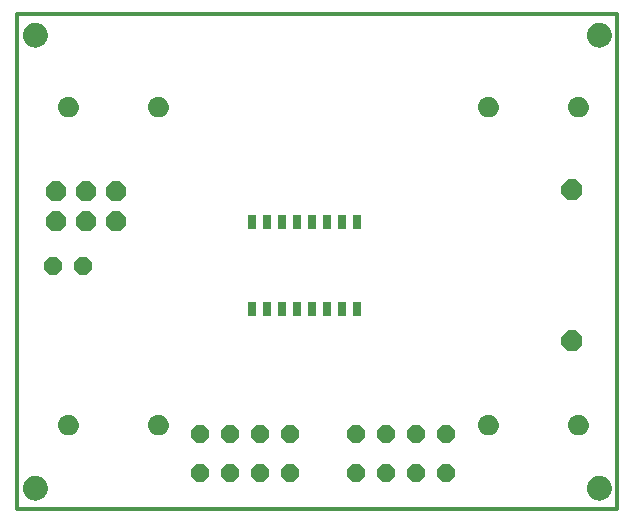
<source format=gbs>
G75*
%MOIN*%
%OFA0B0*%
%FSLAX25Y25*%
%IPPOS*%
%LPD*%
%AMOC8*
5,1,8,0,0,1.08239X$1,22.5*
%
%ADD10C,0.00000*%
%ADD11C,0.07874*%
%ADD12C,0.01200*%
%ADD13OC8,0.06000*%
%ADD14C,0.03500*%
%ADD15OC8,0.06600*%
%ADD16OC8,0.07000*%
%ADD17R,0.03000X0.05000*%
D10*
X0003863Y0008800D02*
X0003865Y0008925D01*
X0003871Y0009050D01*
X0003881Y0009174D01*
X0003895Y0009298D01*
X0003912Y0009422D01*
X0003934Y0009545D01*
X0003960Y0009667D01*
X0003989Y0009789D01*
X0004022Y0009909D01*
X0004060Y0010028D01*
X0004100Y0010147D01*
X0004145Y0010263D01*
X0004193Y0010378D01*
X0004245Y0010492D01*
X0004301Y0010604D01*
X0004360Y0010714D01*
X0004422Y0010822D01*
X0004488Y0010929D01*
X0004557Y0011033D01*
X0004630Y0011134D01*
X0004705Y0011234D01*
X0004784Y0011331D01*
X0004866Y0011425D01*
X0004951Y0011517D01*
X0005038Y0011606D01*
X0005129Y0011692D01*
X0005222Y0011775D01*
X0005318Y0011856D01*
X0005416Y0011933D01*
X0005516Y0012007D01*
X0005619Y0012078D01*
X0005724Y0012145D01*
X0005832Y0012210D01*
X0005941Y0012270D01*
X0006052Y0012328D01*
X0006165Y0012381D01*
X0006279Y0012431D01*
X0006395Y0012478D01*
X0006512Y0012520D01*
X0006631Y0012559D01*
X0006751Y0012595D01*
X0006872Y0012626D01*
X0006994Y0012654D01*
X0007116Y0012677D01*
X0007240Y0012697D01*
X0007364Y0012713D01*
X0007488Y0012725D01*
X0007613Y0012733D01*
X0007738Y0012737D01*
X0007862Y0012737D01*
X0007987Y0012733D01*
X0008112Y0012725D01*
X0008236Y0012713D01*
X0008360Y0012697D01*
X0008484Y0012677D01*
X0008606Y0012654D01*
X0008728Y0012626D01*
X0008849Y0012595D01*
X0008969Y0012559D01*
X0009088Y0012520D01*
X0009205Y0012478D01*
X0009321Y0012431D01*
X0009435Y0012381D01*
X0009548Y0012328D01*
X0009659Y0012270D01*
X0009769Y0012210D01*
X0009876Y0012145D01*
X0009981Y0012078D01*
X0010084Y0012007D01*
X0010184Y0011933D01*
X0010282Y0011856D01*
X0010378Y0011775D01*
X0010471Y0011692D01*
X0010562Y0011606D01*
X0010649Y0011517D01*
X0010734Y0011425D01*
X0010816Y0011331D01*
X0010895Y0011234D01*
X0010970Y0011134D01*
X0011043Y0011033D01*
X0011112Y0010929D01*
X0011178Y0010822D01*
X0011240Y0010714D01*
X0011299Y0010604D01*
X0011355Y0010492D01*
X0011407Y0010378D01*
X0011455Y0010263D01*
X0011500Y0010147D01*
X0011540Y0010028D01*
X0011578Y0009909D01*
X0011611Y0009789D01*
X0011640Y0009667D01*
X0011666Y0009545D01*
X0011688Y0009422D01*
X0011705Y0009298D01*
X0011719Y0009174D01*
X0011729Y0009050D01*
X0011735Y0008925D01*
X0011737Y0008800D01*
X0011735Y0008675D01*
X0011729Y0008550D01*
X0011719Y0008426D01*
X0011705Y0008302D01*
X0011688Y0008178D01*
X0011666Y0008055D01*
X0011640Y0007933D01*
X0011611Y0007811D01*
X0011578Y0007691D01*
X0011540Y0007572D01*
X0011500Y0007453D01*
X0011455Y0007337D01*
X0011407Y0007222D01*
X0011355Y0007108D01*
X0011299Y0006996D01*
X0011240Y0006886D01*
X0011178Y0006778D01*
X0011112Y0006671D01*
X0011043Y0006567D01*
X0010970Y0006466D01*
X0010895Y0006366D01*
X0010816Y0006269D01*
X0010734Y0006175D01*
X0010649Y0006083D01*
X0010562Y0005994D01*
X0010471Y0005908D01*
X0010378Y0005825D01*
X0010282Y0005744D01*
X0010184Y0005667D01*
X0010084Y0005593D01*
X0009981Y0005522D01*
X0009876Y0005455D01*
X0009768Y0005390D01*
X0009659Y0005330D01*
X0009548Y0005272D01*
X0009435Y0005219D01*
X0009321Y0005169D01*
X0009205Y0005122D01*
X0009088Y0005080D01*
X0008969Y0005041D01*
X0008849Y0005005D01*
X0008728Y0004974D01*
X0008606Y0004946D01*
X0008484Y0004923D01*
X0008360Y0004903D01*
X0008236Y0004887D01*
X0008112Y0004875D01*
X0007987Y0004867D01*
X0007862Y0004863D01*
X0007738Y0004863D01*
X0007613Y0004867D01*
X0007488Y0004875D01*
X0007364Y0004887D01*
X0007240Y0004903D01*
X0007116Y0004923D01*
X0006994Y0004946D01*
X0006872Y0004974D01*
X0006751Y0005005D01*
X0006631Y0005041D01*
X0006512Y0005080D01*
X0006395Y0005122D01*
X0006279Y0005169D01*
X0006165Y0005219D01*
X0006052Y0005272D01*
X0005941Y0005330D01*
X0005831Y0005390D01*
X0005724Y0005455D01*
X0005619Y0005522D01*
X0005516Y0005593D01*
X0005416Y0005667D01*
X0005318Y0005744D01*
X0005222Y0005825D01*
X0005129Y0005908D01*
X0005038Y0005994D01*
X0004951Y0006083D01*
X0004866Y0006175D01*
X0004784Y0006269D01*
X0004705Y0006366D01*
X0004630Y0006466D01*
X0004557Y0006567D01*
X0004488Y0006671D01*
X0004422Y0006778D01*
X0004360Y0006886D01*
X0004301Y0006996D01*
X0004245Y0007108D01*
X0004193Y0007222D01*
X0004145Y0007337D01*
X0004100Y0007453D01*
X0004060Y0007572D01*
X0004022Y0007691D01*
X0003989Y0007811D01*
X0003960Y0007933D01*
X0003934Y0008055D01*
X0003912Y0008178D01*
X0003895Y0008302D01*
X0003881Y0008426D01*
X0003871Y0008550D01*
X0003865Y0008675D01*
X0003863Y0008800D01*
X0003863Y0159800D02*
X0003865Y0159925D01*
X0003871Y0160050D01*
X0003881Y0160174D01*
X0003895Y0160298D01*
X0003912Y0160422D01*
X0003934Y0160545D01*
X0003960Y0160667D01*
X0003989Y0160789D01*
X0004022Y0160909D01*
X0004060Y0161028D01*
X0004100Y0161147D01*
X0004145Y0161263D01*
X0004193Y0161378D01*
X0004245Y0161492D01*
X0004301Y0161604D01*
X0004360Y0161714D01*
X0004422Y0161822D01*
X0004488Y0161929D01*
X0004557Y0162033D01*
X0004630Y0162134D01*
X0004705Y0162234D01*
X0004784Y0162331D01*
X0004866Y0162425D01*
X0004951Y0162517D01*
X0005038Y0162606D01*
X0005129Y0162692D01*
X0005222Y0162775D01*
X0005318Y0162856D01*
X0005416Y0162933D01*
X0005516Y0163007D01*
X0005619Y0163078D01*
X0005724Y0163145D01*
X0005832Y0163210D01*
X0005941Y0163270D01*
X0006052Y0163328D01*
X0006165Y0163381D01*
X0006279Y0163431D01*
X0006395Y0163478D01*
X0006512Y0163520D01*
X0006631Y0163559D01*
X0006751Y0163595D01*
X0006872Y0163626D01*
X0006994Y0163654D01*
X0007116Y0163677D01*
X0007240Y0163697D01*
X0007364Y0163713D01*
X0007488Y0163725D01*
X0007613Y0163733D01*
X0007738Y0163737D01*
X0007862Y0163737D01*
X0007987Y0163733D01*
X0008112Y0163725D01*
X0008236Y0163713D01*
X0008360Y0163697D01*
X0008484Y0163677D01*
X0008606Y0163654D01*
X0008728Y0163626D01*
X0008849Y0163595D01*
X0008969Y0163559D01*
X0009088Y0163520D01*
X0009205Y0163478D01*
X0009321Y0163431D01*
X0009435Y0163381D01*
X0009548Y0163328D01*
X0009659Y0163270D01*
X0009769Y0163210D01*
X0009876Y0163145D01*
X0009981Y0163078D01*
X0010084Y0163007D01*
X0010184Y0162933D01*
X0010282Y0162856D01*
X0010378Y0162775D01*
X0010471Y0162692D01*
X0010562Y0162606D01*
X0010649Y0162517D01*
X0010734Y0162425D01*
X0010816Y0162331D01*
X0010895Y0162234D01*
X0010970Y0162134D01*
X0011043Y0162033D01*
X0011112Y0161929D01*
X0011178Y0161822D01*
X0011240Y0161714D01*
X0011299Y0161604D01*
X0011355Y0161492D01*
X0011407Y0161378D01*
X0011455Y0161263D01*
X0011500Y0161147D01*
X0011540Y0161028D01*
X0011578Y0160909D01*
X0011611Y0160789D01*
X0011640Y0160667D01*
X0011666Y0160545D01*
X0011688Y0160422D01*
X0011705Y0160298D01*
X0011719Y0160174D01*
X0011729Y0160050D01*
X0011735Y0159925D01*
X0011737Y0159800D01*
X0011735Y0159675D01*
X0011729Y0159550D01*
X0011719Y0159426D01*
X0011705Y0159302D01*
X0011688Y0159178D01*
X0011666Y0159055D01*
X0011640Y0158933D01*
X0011611Y0158811D01*
X0011578Y0158691D01*
X0011540Y0158572D01*
X0011500Y0158453D01*
X0011455Y0158337D01*
X0011407Y0158222D01*
X0011355Y0158108D01*
X0011299Y0157996D01*
X0011240Y0157886D01*
X0011178Y0157778D01*
X0011112Y0157671D01*
X0011043Y0157567D01*
X0010970Y0157466D01*
X0010895Y0157366D01*
X0010816Y0157269D01*
X0010734Y0157175D01*
X0010649Y0157083D01*
X0010562Y0156994D01*
X0010471Y0156908D01*
X0010378Y0156825D01*
X0010282Y0156744D01*
X0010184Y0156667D01*
X0010084Y0156593D01*
X0009981Y0156522D01*
X0009876Y0156455D01*
X0009768Y0156390D01*
X0009659Y0156330D01*
X0009548Y0156272D01*
X0009435Y0156219D01*
X0009321Y0156169D01*
X0009205Y0156122D01*
X0009088Y0156080D01*
X0008969Y0156041D01*
X0008849Y0156005D01*
X0008728Y0155974D01*
X0008606Y0155946D01*
X0008484Y0155923D01*
X0008360Y0155903D01*
X0008236Y0155887D01*
X0008112Y0155875D01*
X0007987Y0155867D01*
X0007862Y0155863D01*
X0007738Y0155863D01*
X0007613Y0155867D01*
X0007488Y0155875D01*
X0007364Y0155887D01*
X0007240Y0155903D01*
X0007116Y0155923D01*
X0006994Y0155946D01*
X0006872Y0155974D01*
X0006751Y0156005D01*
X0006631Y0156041D01*
X0006512Y0156080D01*
X0006395Y0156122D01*
X0006279Y0156169D01*
X0006165Y0156219D01*
X0006052Y0156272D01*
X0005941Y0156330D01*
X0005831Y0156390D01*
X0005724Y0156455D01*
X0005619Y0156522D01*
X0005516Y0156593D01*
X0005416Y0156667D01*
X0005318Y0156744D01*
X0005222Y0156825D01*
X0005129Y0156908D01*
X0005038Y0156994D01*
X0004951Y0157083D01*
X0004866Y0157175D01*
X0004784Y0157269D01*
X0004705Y0157366D01*
X0004630Y0157466D01*
X0004557Y0157567D01*
X0004488Y0157671D01*
X0004422Y0157778D01*
X0004360Y0157886D01*
X0004301Y0157996D01*
X0004245Y0158108D01*
X0004193Y0158222D01*
X0004145Y0158337D01*
X0004100Y0158453D01*
X0004060Y0158572D01*
X0004022Y0158691D01*
X0003989Y0158811D01*
X0003960Y0158933D01*
X0003934Y0159055D01*
X0003912Y0159178D01*
X0003895Y0159302D01*
X0003881Y0159426D01*
X0003871Y0159550D01*
X0003865Y0159675D01*
X0003863Y0159800D01*
X0191863Y0159800D02*
X0191865Y0159925D01*
X0191871Y0160050D01*
X0191881Y0160174D01*
X0191895Y0160298D01*
X0191912Y0160422D01*
X0191934Y0160545D01*
X0191960Y0160667D01*
X0191989Y0160789D01*
X0192022Y0160909D01*
X0192060Y0161028D01*
X0192100Y0161147D01*
X0192145Y0161263D01*
X0192193Y0161378D01*
X0192245Y0161492D01*
X0192301Y0161604D01*
X0192360Y0161714D01*
X0192422Y0161822D01*
X0192488Y0161929D01*
X0192557Y0162033D01*
X0192630Y0162134D01*
X0192705Y0162234D01*
X0192784Y0162331D01*
X0192866Y0162425D01*
X0192951Y0162517D01*
X0193038Y0162606D01*
X0193129Y0162692D01*
X0193222Y0162775D01*
X0193318Y0162856D01*
X0193416Y0162933D01*
X0193516Y0163007D01*
X0193619Y0163078D01*
X0193724Y0163145D01*
X0193832Y0163210D01*
X0193941Y0163270D01*
X0194052Y0163328D01*
X0194165Y0163381D01*
X0194279Y0163431D01*
X0194395Y0163478D01*
X0194512Y0163520D01*
X0194631Y0163559D01*
X0194751Y0163595D01*
X0194872Y0163626D01*
X0194994Y0163654D01*
X0195116Y0163677D01*
X0195240Y0163697D01*
X0195364Y0163713D01*
X0195488Y0163725D01*
X0195613Y0163733D01*
X0195738Y0163737D01*
X0195862Y0163737D01*
X0195987Y0163733D01*
X0196112Y0163725D01*
X0196236Y0163713D01*
X0196360Y0163697D01*
X0196484Y0163677D01*
X0196606Y0163654D01*
X0196728Y0163626D01*
X0196849Y0163595D01*
X0196969Y0163559D01*
X0197088Y0163520D01*
X0197205Y0163478D01*
X0197321Y0163431D01*
X0197435Y0163381D01*
X0197548Y0163328D01*
X0197659Y0163270D01*
X0197769Y0163210D01*
X0197876Y0163145D01*
X0197981Y0163078D01*
X0198084Y0163007D01*
X0198184Y0162933D01*
X0198282Y0162856D01*
X0198378Y0162775D01*
X0198471Y0162692D01*
X0198562Y0162606D01*
X0198649Y0162517D01*
X0198734Y0162425D01*
X0198816Y0162331D01*
X0198895Y0162234D01*
X0198970Y0162134D01*
X0199043Y0162033D01*
X0199112Y0161929D01*
X0199178Y0161822D01*
X0199240Y0161714D01*
X0199299Y0161604D01*
X0199355Y0161492D01*
X0199407Y0161378D01*
X0199455Y0161263D01*
X0199500Y0161147D01*
X0199540Y0161028D01*
X0199578Y0160909D01*
X0199611Y0160789D01*
X0199640Y0160667D01*
X0199666Y0160545D01*
X0199688Y0160422D01*
X0199705Y0160298D01*
X0199719Y0160174D01*
X0199729Y0160050D01*
X0199735Y0159925D01*
X0199737Y0159800D01*
X0199735Y0159675D01*
X0199729Y0159550D01*
X0199719Y0159426D01*
X0199705Y0159302D01*
X0199688Y0159178D01*
X0199666Y0159055D01*
X0199640Y0158933D01*
X0199611Y0158811D01*
X0199578Y0158691D01*
X0199540Y0158572D01*
X0199500Y0158453D01*
X0199455Y0158337D01*
X0199407Y0158222D01*
X0199355Y0158108D01*
X0199299Y0157996D01*
X0199240Y0157886D01*
X0199178Y0157778D01*
X0199112Y0157671D01*
X0199043Y0157567D01*
X0198970Y0157466D01*
X0198895Y0157366D01*
X0198816Y0157269D01*
X0198734Y0157175D01*
X0198649Y0157083D01*
X0198562Y0156994D01*
X0198471Y0156908D01*
X0198378Y0156825D01*
X0198282Y0156744D01*
X0198184Y0156667D01*
X0198084Y0156593D01*
X0197981Y0156522D01*
X0197876Y0156455D01*
X0197768Y0156390D01*
X0197659Y0156330D01*
X0197548Y0156272D01*
X0197435Y0156219D01*
X0197321Y0156169D01*
X0197205Y0156122D01*
X0197088Y0156080D01*
X0196969Y0156041D01*
X0196849Y0156005D01*
X0196728Y0155974D01*
X0196606Y0155946D01*
X0196484Y0155923D01*
X0196360Y0155903D01*
X0196236Y0155887D01*
X0196112Y0155875D01*
X0195987Y0155867D01*
X0195862Y0155863D01*
X0195738Y0155863D01*
X0195613Y0155867D01*
X0195488Y0155875D01*
X0195364Y0155887D01*
X0195240Y0155903D01*
X0195116Y0155923D01*
X0194994Y0155946D01*
X0194872Y0155974D01*
X0194751Y0156005D01*
X0194631Y0156041D01*
X0194512Y0156080D01*
X0194395Y0156122D01*
X0194279Y0156169D01*
X0194165Y0156219D01*
X0194052Y0156272D01*
X0193941Y0156330D01*
X0193831Y0156390D01*
X0193724Y0156455D01*
X0193619Y0156522D01*
X0193516Y0156593D01*
X0193416Y0156667D01*
X0193318Y0156744D01*
X0193222Y0156825D01*
X0193129Y0156908D01*
X0193038Y0156994D01*
X0192951Y0157083D01*
X0192866Y0157175D01*
X0192784Y0157269D01*
X0192705Y0157366D01*
X0192630Y0157466D01*
X0192557Y0157567D01*
X0192488Y0157671D01*
X0192422Y0157778D01*
X0192360Y0157886D01*
X0192301Y0157996D01*
X0192245Y0158108D01*
X0192193Y0158222D01*
X0192145Y0158337D01*
X0192100Y0158453D01*
X0192060Y0158572D01*
X0192022Y0158691D01*
X0191989Y0158811D01*
X0191960Y0158933D01*
X0191934Y0159055D01*
X0191912Y0159178D01*
X0191895Y0159302D01*
X0191881Y0159426D01*
X0191871Y0159550D01*
X0191865Y0159675D01*
X0191863Y0159800D01*
X0191863Y0008800D02*
X0191865Y0008925D01*
X0191871Y0009050D01*
X0191881Y0009174D01*
X0191895Y0009298D01*
X0191912Y0009422D01*
X0191934Y0009545D01*
X0191960Y0009667D01*
X0191989Y0009789D01*
X0192022Y0009909D01*
X0192060Y0010028D01*
X0192100Y0010147D01*
X0192145Y0010263D01*
X0192193Y0010378D01*
X0192245Y0010492D01*
X0192301Y0010604D01*
X0192360Y0010714D01*
X0192422Y0010822D01*
X0192488Y0010929D01*
X0192557Y0011033D01*
X0192630Y0011134D01*
X0192705Y0011234D01*
X0192784Y0011331D01*
X0192866Y0011425D01*
X0192951Y0011517D01*
X0193038Y0011606D01*
X0193129Y0011692D01*
X0193222Y0011775D01*
X0193318Y0011856D01*
X0193416Y0011933D01*
X0193516Y0012007D01*
X0193619Y0012078D01*
X0193724Y0012145D01*
X0193832Y0012210D01*
X0193941Y0012270D01*
X0194052Y0012328D01*
X0194165Y0012381D01*
X0194279Y0012431D01*
X0194395Y0012478D01*
X0194512Y0012520D01*
X0194631Y0012559D01*
X0194751Y0012595D01*
X0194872Y0012626D01*
X0194994Y0012654D01*
X0195116Y0012677D01*
X0195240Y0012697D01*
X0195364Y0012713D01*
X0195488Y0012725D01*
X0195613Y0012733D01*
X0195738Y0012737D01*
X0195862Y0012737D01*
X0195987Y0012733D01*
X0196112Y0012725D01*
X0196236Y0012713D01*
X0196360Y0012697D01*
X0196484Y0012677D01*
X0196606Y0012654D01*
X0196728Y0012626D01*
X0196849Y0012595D01*
X0196969Y0012559D01*
X0197088Y0012520D01*
X0197205Y0012478D01*
X0197321Y0012431D01*
X0197435Y0012381D01*
X0197548Y0012328D01*
X0197659Y0012270D01*
X0197769Y0012210D01*
X0197876Y0012145D01*
X0197981Y0012078D01*
X0198084Y0012007D01*
X0198184Y0011933D01*
X0198282Y0011856D01*
X0198378Y0011775D01*
X0198471Y0011692D01*
X0198562Y0011606D01*
X0198649Y0011517D01*
X0198734Y0011425D01*
X0198816Y0011331D01*
X0198895Y0011234D01*
X0198970Y0011134D01*
X0199043Y0011033D01*
X0199112Y0010929D01*
X0199178Y0010822D01*
X0199240Y0010714D01*
X0199299Y0010604D01*
X0199355Y0010492D01*
X0199407Y0010378D01*
X0199455Y0010263D01*
X0199500Y0010147D01*
X0199540Y0010028D01*
X0199578Y0009909D01*
X0199611Y0009789D01*
X0199640Y0009667D01*
X0199666Y0009545D01*
X0199688Y0009422D01*
X0199705Y0009298D01*
X0199719Y0009174D01*
X0199729Y0009050D01*
X0199735Y0008925D01*
X0199737Y0008800D01*
X0199735Y0008675D01*
X0199729Y0008550D01*
X0199719Y0008426D01*
X0199705Y0008302D01*
X0199688Y0008178D01*
X0199666Y0008055D01*
X0199640Y0007933D01*
X0199611Y0007811D01*
X0199578Y0007691D01*
X0199540Y0007572D01*
X0199500Y0007453D01*
X0199455Y0007337D01*
X0199407Y0007222D01*
X0199355Y0007108D01*
X0199299Y0006996D01*
X0199240Y0006886D01*
X0199178Y0006778D01*
X0199112Y0006671D01*
X0199043Y0006567D01*
X0198970Y0006466D01*
X0198895Y0006366D01*
X0198816Y0006269D01*
X0198734Y0006175D01*
X0198649Y0006083D01*
X0198562Y0005994D01*
X0198471Y0005908D01*
X0198378Y0005825D01*
X0198282Y0005744D01*
X0198184Y0005667D01*
X0198084Y0005593D01*
X0197981Y0005522D01*
X0197876Y0005455D01*
X0197768Y0005390D01*
X0197659Y0005330D01*
X0197548Y0005272D01*
X0197435Y0005219D01*
X0197321Y0005169D01*
X0197205Y0005122D01*
X0197088Y0005080D01*
X0196969Y0005041D01*
X0196849Y0005005D01*
X0196728Y0004974D01*
X0196606Y0004946D01*
X0196484Y0004923D01*
X0196360Y0004903D01*
X0196236Y0004887D01*
X0196112Y0004875D01*
X0195987Y0004867D01*
X0195862Y0004863D01*
X0195738Y0004863D01*
X0195613Y0004867D01*
X0195488Y0004875D01*
X0195364Y0004887D01*
X0195240Y0004903D01*
X0195116Y0004923D01*
X0194994Y0004946D01*
X0194872Y0004974D01*
X0194751Y0005005D01*
X0194631Y0005041D01*
X0194512Y0005080D01*
X0194395Y0005122D01*
X0194279Y0005169D01*
X0194165Y0005219D01*
X0194052Y0005272D01*
X0193941Y0005330D01*
X0193831Y0005390D01*
X0193724Y0005455D01*
X0193619Y0005522D01*
X0193516Y0005593D01*
X0193416Y0005667D01*
X0193318Y0005744D01*
X0193222Y0005825D01*
X0193129Y0005908D01*
X0193038Y0005994D01*
X0192951Y0006083D01*
X0192866Y0006175D01*
X0192784Y0006269D01*
X0192705Y0006366D01*
X0192630Y0006466D01*
X0192557Y0006567D01*
X0192488Y0006671D01*
X0192422Y0006778D01*
X0192360Y0006886D01*
X0192301Y0006996D01*
X0192245Y0007108D01*
X0192193Y0007222D01*
X0192145Y0007337D01*
X0192100Y0007453D01*
X0192060Y0007572D01*
X0192022Y0007691D01*
X0191989Y0007811D01*
X0191960Y0007933D01*
X0191934Y0008055D01*
X0191912Y0008178D01*
X0191895Y0008302D01*
X0191881Y0008426D01*
X0191871Y0008550D01*
X0191865Y0008675D01*
X0191863Y0008800D01*
D11*
X0195800Y0008800D03*
X0195800Y0159800D03*
X0007800Y0159800D03*
X0007800Y0008800D03*
D12*
X0001800Y0001800D02*
X0001800Y0166800D01*
X0201800Y0166800D01*
X0201800Y0001800D01*
X0001800Y0001800D01*
D13*
X0062800Y0013800D03*
X0072800Y0013800D03*
X0082800Y0013800D03*
X0092800Y0013800D03*
X0092800Y0026800D03*
X0082800Y0026800D03*
X0072800Y0026800D03*
X0062800Y0026800D03*
X0114800Y0026800D03*
X0124800Y0026800D03*
X0134800Y0026800D03*
X0144800Y0026800D03*
X0144800Y0013800D03*
X0134800Y0013800D03*
X0124800Y0013800D03*
X0114800Y0013800D03*
X0023800Y0082800D03*
X0013800Y0082800D03*
D14*
X0017219Y0135800D02*
X0017221Y0135879D01*
X0017227Y0135959D01*
X0017237Y0136038D01*
X0017251Y0136116D01*
X0017269Y0136193D01*
X0017290Y0136270D01*
X0017316Y0136345D01*
X0017345Y0136419D01*
X0017378Y0136491D01*
X0017415Y0136562D01*
X0017455Y0136630D01*
X0017498Y0136697D01*
X0017545Y0136761D01*
X0017595Y0136823D01*
X0017648Y0136882D01*
X0017703Y0136939D01*
X0017762Y0136992D01*
X0017823Y0137043D01*
X0017887Y0137091D01*
X0017953Y0137135D01*
X0018021Y0137176D01*
X0018091Y0137213D01*
X0018163Y0137247D01*
X0018237Y0137277D01*
X0018311Y0137304D01*
X0018388Y0137326D01*
X0018465Y0137345D01*
X0018543Y0137360D01*
X0018622Y0137371D01*
X0018701Y0137378D01*
X0018780Y0137381D01*
X0018860Y0137380D01*
X0018939Y0137375D01*
X0019018Y0137366D01*
X0019096Y0137353D01*
X0019174Y0137336D01*
X0019251Y0137315D01*
X0019326Y0137291D01*
X0019400Y0137263D01*
X0019473Y0137231D01*
X0019544Y0137195D01*
X0019613Y0137156D01*
X0019680Y0137113D01*
X0019745Y0137067D01*
X0019808Y0137018D01*
X0019868Y0136966D01*
X0019925Y0136911D01*
X0019979Y0136853D01*
X0020031Y0136792D01*
X0020079Y0136729D01*
X0020124Y0136664D01*
X0020166Y0136596D01*
X0020204Y0136527D01*
X0020239Y0136455D01*
X0020270Y0136382D01*
X0020297Y0136307D01*
X0020321Y0136232D01*
X0020341Y0136155D01*
X0020357Y0136077D01*
X0020369Y0135998D01*
X0020377Y0135919D01*
X0020381Y0135840D01*
X0020381Y0135760D01*
X0020377Y0135681D01*
X0020369Y0135602D01*
X0020357Y0135523D01*
X0020341Y0135445D01*
X0020321Y0135368D01*
X0020297Y0135293D01*
X0020270Y0135218D01*
X0020239Y0135145D01*
X0020204Y0135073D01*
X0020166Y0135004D01*
X0020124Y0134936D01*
X0020079Y0134871D01*
X0020031Y0134808D01*
X0019979Y0134747D01*
X0019925Y0134689D01*
X0019868Y0134634D01*
X0019808Y0134582D01*
X0019745Y0134533D01*
X0019680Y0134487D01*
X0019613Y0134444D01*
X0019544Y0134405D01*
X0019473Y0134369D01*
X0019400Y0134337D01*
X0019326Y0134309D01*
X0019251Y0134285D01*
X0019174Y0134264D01*
X0019096Y0134247D01*
X0019018Y0134234D01*
X0018939Y0134225D01*
X0018860Y0134220D01*
X0018780Y0134219D01*
X0018701Y0134222D01*
X0018622Y0134229D01*
X0018543Y0134240D01*
X0018465Y0134255D01*
X0018388Y0134274D01*
X0018311Y0134296D01*
X0018237Y0134323D01*
X0018163Y0134353D01*
X0018091Y0134387D01*
X0018021Y0134424D01*
X0017953Y0134465D01*
X0017887Y0134509D01*
X0017823Y0134557D01*
X0017762Y0134608D01*
X0017703Y0134661D01*
X0017648Y0134718D01*
X0017595Y0134777D01*
X0017545Y0134839D01*
X0017498Y0134903D01*
X0017455Y0134970D01*
X0017415Y0135038D01*
X0017378Y0135109D01*
X0017345Y0135181D01*
X0017316Y0135255D01*
X0017290Y0135330D01*
X0017269Y0135407D01*
X0017251Y0135484D01*
X0017237Y0135562D01*
X0017227Y0135641D01*
X0017221Y0135721D01*
X0017219Y0135800D01*
X0047219Y0135800D02*
X0047221Y0135879D01*
X0047227Y0135959D01*
X0047237Y0136038D01*
X0047251Y0136116D01*
X0047269Y0136193D01*
X0047290Y0136270D01*
X0047316Y0136345D01*
X0047345Y0136419D01*
X0047378Y0136491D01*
X0047415Y0136562D01*
X0047455Y0136630D01*
X0047498Y0136697D01*
X0047545Y0136761D01*
X0047595Y0136823D01*
X0047648Y0136882D01*
X0047703Y0136939D01*
X0047762Y0136992D01*
X0047823Y0137043D01*
X0047887Y0137091D01*
X0047953Y0137135D01*
X0048021Y0137176D01*
X0048091Y0137213D01*
X0048163Y0137247D01*
X0048237Y0137277D01*
X0048311Y0137304D01*
X0048388Y0137326D01*
X0048465Y0137345D01*
X0048543Y0137360D01*
X0048622Y0137371D01*
X0048701Y0137378D01*
X0048780Y0137381D01*
X0048860Y0137380D01*
X0048939Y0137375D01*
X0049018Y0137366D01*
X0049096Y0137353D01*
X0049174Y0137336D01*
X0049251Y0137315D01*
X0049326Y0137291D01*
X0049400Y0137263D01*
X0049473Y0137231D01*
X0049544Y0137195D01*
X0049613Y0137156D01*
X0049680Y0137113D01*
X0049745Y0137067D01*
X0049808Y0137018D01*
X0049868Y0136966D01*
X0049925Y0136911D01*
X0049979Y0136853D01*
X0050031Y0136792D01*
X0050079Y0136729D01*
X0050124Y0136664D01*
X0050166Y0136596D01*
X0050204Y0136527D01*
X0050239Y0136455D01*
X0050270Y0136382D01*
X0050297Y0136307D01*
X0050321Y0136232D01*
X0050341Y0136155D01*
X0050357Y0136077D01*
X0050369Y0135998D01*
X0050377Y0135919D01*
X0050381Y0135840D01*
X0050381Y0135760D01*
X0050377Y0135681D01*
X0050369Y0135602D01*
X0050357Y0135523D01*
X0050341Y0135445D01*
X0050321Y0135368D01*
X0050297Y0135293D01*
X0050270Y0135218D01*
X0050239Y0135145D01*
X0050204Y0135073D01*
X0050166Y0135004D01*
X0050124Y0134936D01*
X0050079Y0134871D01*
X0050031Y0134808D01*
X0049979Y0134747D01*
X0049925Y0134689D01*
X0049868Y0134634D01*
X0049808Y0134582D01*
X0049745Y0134533D01*
X0049680Y0134487D01*
X0049613Y0134444D01*
X0049544Y0134405D01*
X0049473Y0134369D01*
X0049400Y0134337D01*
X0049326Y0134309D01*
X0049251Y0134285D01*
X0049174Y0134264D01*
X0049096Y0134247D01*
X0049018Y0134234D01*
X0048939Y0134225D01*
X0048860Y0134220D01*
X0048780Y0134219D01*
X0048701Y0134222D01*
X0048622Y0134229D01*
X0048543Y0134240D01*
X0048465Y0134255D01*
X0048388Y0134274D01*
X0048311Y0134296D01*
X0048237Y0134323D01*
X0048163Y0134353D01*
X0048091Y0134387D01*
X0048021Y0134424D01*
X0047953Y0134465D01*
X0047887Y0134509D01*
X0047823Y0134557D01*
X0047762Y0134608D01*
X0047703Y0134661D01*
X0047648Y0134718D01*
X0047595Y0134777D01*
X0047545Y0134839D01*
X0047498Y0134903D01*
X0047455Y0134970D01*
X0047415Y0135038D01*
X0047378Y0135109D01*
X0047345Y0135181D01*
X0047316Y0135255D01*
X0047290Y0135330D01*
X0047269Y0135407D01*
X0047251Y0135484D01*
X0047237Y0135562D01*
X0047227Y0135641D01*
X0047221Y0135721D01*
X0047219Y0135800D01*
X0157219Y0135800D02*
X0157221Y0135879D01*
X0157227Y0135959D01*
X0157237Y0136038D01*
X0157251Y0136116D01*
X0157269Y0136193D01*
X0157290Y0136270D01*
X0157316Y0136345D01*
X0157345Y0136419D01*
X0157378Y0136491D01*
X0157415Y0136562D01*
X0157455Y0136630D01*
X0157498Y0136697D01*
X0157545Y0136761D01*
X0157595Y0136823D01*
X0157648Y0136882D01*
X0157703Y0136939D01*
X0157762Y0136992D01*
X0157823Y0137043D01*
X0157887Y0137091D01*
X0157953Y0137135D01*
X0158021Y0137176D01*
X0158091Y0137213D01*
X0158163Y0137247D01*
X0158237Y0137277D01*
X0158311Y0137304D01*
X0158388Y0137326D01*
X0158465Y0137345D01*
X0158543Y0137360D01*
X0158622Y0137371D01*
X0158701Y0137378D01*
X0158780Y0137381D01*
X0158860Y0137380D01*
X0158939Y0137375D01*
X0159018Y0137366D01*
X0159096Y0137353D01*
X0159174Y0137336D01*
X0159251Y0137315D01*
X0159326Y0137291D01*
X0159400Y0137263D01*
X0159473Y0137231D01*
X0159544Y0137195D01*
X0159613Y0137156D01*
X0159680Y0137113D01*
X0159745Y0137067D01*
X0159808Y0137018D01*
X0159868Y0136966D01*
X0159925Y0136911D01*
X0159979Y0136853D01*
X0160031Y0136792D01*
X0160079Y0136729D01*
X0160124Y0136664D01*
X0160166Y0136596D01*
X0160204Y0136527D01*
X0160239Y0136455D01*
X0160270Y0136382D01*
X0160297Y0136307D01*
X0160321Y0136232D01*
X0160341Y0136155D01*
X0160357Y0136077D01*
X0160369Y0135998D01*
X0160377Y0135919D01*
X0160381Y0135840D01*
X0160381Y0135760D01*
X0160377Y0135681D01*
X0160369Y0135602D01*
X0160357Y0135523D01*
X0160341Y0135445D01*
X0160321Y0135368D01*
X0160297Y0135293D01*
X0160270Y0135218D01*
X0160239Y0135145D01*
X0160204Y0135073D01*
X0160166Y0135004D01*
X0160124Y0134936D01*
X0160079Y0134871D01*
X0160031Y0134808D01*
X0159979Y0134747D01*
X0159925Y0134689D01*
X0159868Y0134634D01*
X0159808Y0134582D01*
X0159745Y0134533D01*
X0159680Y0134487D01*
X0159613Y0134444D01*
X0159544Y0134405D01*
X0159473Y0134369D01*
X0159400Y0134337D01*
X0159326Y0134309D01*
X0159251Y0134285D01*
X0159174Y0134264D01*
X0159096Y0134247D01*
X0159018Y0134234D01*
X0158939Y0134225D01*
X0158860Y0134220D01*
X0158780Y0134219D01*
X0158701Y0134222D01*
X0158622Y0134229D01*
X0158543Y0134240D01*
X0158465Y0134255D01*
X0158388Y0134274D01*
X0158311Y0134296D01*
X0158237Y0134323D01*
X0158163Y0134353D01*
X0158091Y0134387D01*
X0158021Y0134424D01*
X0157953Y0134465D01*
X0157887Y0134509D01*
X0157823Y0134557D01*
X0157762Y0134608D01*
X0157703Y0134661D01*
X0157648Y0134718D01*
X0157595Y0134777D01*
X0157545Y0134839D01*
X0157498Y0134903D01*
X0157455Y0134970D01*
X0157415Y0135038D01*
X0157378Y0135109D01*
X0157345Y0135181D01*
X0157316Y0135255D01*
X0157290Y0135330D01*
X0157269Y0135407D01*
X0157251Y0135484D01*
X0157237Y0135562D01*
X0157227Y0135641D01*
X0157221Y0135721D01*
X0157219Y0135800D01*
X0187219Y0135800D02*
X0187221Y0135879D01*
X0187227Y0135959D01*
X0187237Y0136038D01*
X0187251Y0136116D01*
X0187269Y0136193D01*
X0187290Y0136270D01*
X0187316Y0136345D01*
X0187345Y0136419D01*
X0187378Y0136491D01*
X0187415Y0136562D01*
X0187455Y0136630D01*
X0187498Y0136697D01*
X0187545Y0136761D01*
X0187595Y0136823D01*
X0187648Y0136882D01*
X0187703Y0136939D01*
X0187762Y0136992D01*
X0187823Y0137043D01*
X0187887Y0137091D01*
X0187953Y0137135D01*
X0188021Y0137176D01*
X0188091Y0137213D01*
X0188163Y0137247D01*
X0188237Y0137277D01*
X0188311Y0137304D01*
X0188388Y0137326D01*
X0188465Y0137345D01*
X0188543Y0137360D01*
X0188622Y0137371D01*
X0188701Y0137378D01*
X0188780Y0137381D01*
X0188860Y0137380D01*
X0188939Y0137375D01*
X0189018Y0137366D01*
X0189096Y0137353D01*
X0189174Y0137336D01*
X0189251Y0137315D01*
X0189326Y0137291D01*
X0189400Y0137263D01*
X0189473Y0137231D01*
X0189544Y0137195D01*
X0189613Y0137156D01*
X0189680Y0137113D01*
X0189745Y0137067D01*
X0189808Y0137018D01*
X0189868Y0136966D01*
X0189925Y0136911D01*
X0189979Y0136853D01*
X0190031Y0136792D01*
X0190079Y0136729D01*
X0190124Y0136664D01*
X0190166Y0136596D01*
X0190204Y0136527D01*
X0190239Y0136455D01*
X0190270Y0136382D01*
X0190297Y0136307D01*
X0190321Y0136232D01*
X0190341Y0136155D01*
X0190357Y0136077D01*
X0190369Y0135998D01*
X0190377Y0135919D01*
X0190381Y0135840D01*
X0190381Y0135760D01*
X0190377Y0135681D01*
X0190369Y0135602D01*
X0190357Y0135523D01*
X0190341Y0135445D01*
X0190321Y0135368D01*
X0190297Y0135293D01*
X0190270Y0135218D01*
X0190239Y0135145D01*
X0190204Y0135073D01*
X0190166Y0135004D01*
X0190124Y0134936D01*
X0190079Y0134871D01*
X0190031Y0134808D01*
X0189979Y0134747D01*
X0189925Y0134689D01*
X0189868Y0134634D01*
X0189808Y0134582D01*
X0189745Y0134533D01*
X0189680Y0134487D01*
X0189613Y0134444D01*
X0189544Y0134405D01*
X0189473Y0134369D01*
X0189400Y0134337D01*
X0189326Y0134309D01*
X0189251Y0134285D01*
X0189174Y0134264D01*
X0189096Y0134247D01*
X0189018Y0134234D01*
X0188939Y0134225D01*
X0188860Y0134220D01*
X0188780Y0134219D01*
X0188701Y0134222D01*
X0188622Y0134229D01*
X0188543Y0134240D01*
X0188465Y0134255D01*
X0188388Y0134274D01*
X0188311Y0134296D01*
X0188237Y0134323D01*
X0188163Y0134353D01*
X0188091Y0134387D01*
X0188021Y0134424D01*
X0187953Y0134465D01*
X0187887Y0134509D01*
X0187823Y0134557D01*
X0187762Y0134608D01*
X0187703Y0134661D01*
X0187648Y0134718D01*
X0187595Y0134777D01*
X0187545Y0134839D01*
X0187498Y0134903D01*
X0187455Y0134970D01*
X0187415Y0135038D01*
X0187378Y0135109D01*
X0187345Y0135181D01*
X0187316Y0135255D01*
X0187290Y0135330D01*
X0187269Y0135407D01*
X0187251Y0135484D01*
X0187237Y0135562D01*
X0187227Y0135641D01*
X0187221Y0135721D01*
X0187219Y0135800D01*
X0187219Y0029800D02*
X0187221Y0029879D01*
X0187227Y0029959D01*
X0187237Y0030038D01*
X0187251Y0030116D01*
X0187269Y0030193D01*
X0187290Y0030270D01*
X0187316Y0030345D01*
X0187345Y0030419D01*
X0187378Y0030491D01*
X0187415Y0030562D01*
X0187455Y0030630D01*
X0187498Y0030697D01*
X0187545Y0030761D01*
X0187595Y0030823D01*
X0187648Y0030882D01*
X0187703Y0030939D01*
X0187762Y0030992D01*
X0187823Y0031043D01*
X0187887Y0031091D01*
X0187953Y0031135D01*
X0188021Y0031176D01*
X0188091Y0031213D01*
X0188163Y0031247D01*
X0188237Y0031277D01*
X0188311Y0031304D01*
X0188388Y0031326D01*
X0188465Y0031345D01*
X0188543Y0031360D01*
X0188622Y0031371D01*
X0188701Y0031378D01*
X0188780Y0031381D01*
X0188860Y0031380D01*
X0188939Y0031375D01*
X0189018Y0031366D01*
X0189096Y0031353D01*
X0189174Y0031336D01*
X0189251Y0031315D01*
X0189326Y0031291D01*
X0189400Y0031263D01*
X0189473Y0031231D01*
X0189544Y0031195D01*
X0189613Y0031156D01*
X0189680Y0031113D01*
X0189745Y0031067D01*
X0189808Y0031018D01*
X0189868Y0030966D01*
X0189925Y0030911D01*
X0189979Y0030853D01*
X0190031Y0030792D01*
X0190079Y0030729D01*
X0190124Y0030664D01*
X0190166Y0030596D01*
X0190204Y0030527D01*
X0190239Y0030455D01*
X0190270Y0030382D01*
X0190297Y0030307D01*
X0190321Y0030232D01*
X0190341Y0030155D01*
X0190357Y0030077D01*
X0190369Y0029998D01*
X0190377Y0029919D01*
X0190381Y0029840D01*
X0190381Y0029760D01*
X0190377Y0029681D01*
X0190369Y0029602D01*
X0190357Y0029523D01*
X0190341Y0029445D01*
X0190321Y0029368D01*
X0190297Y0029293D01*
X0190270Y0029218D01*
X0190239Y0029145D01*
X0190204Y0029073D01*
X0190166Y0029004D01*
X0190124Y0028936D01*
X0190079Y0028871D01*
X0190031Y0028808D01*
X0189979Y0028747D01*
X0189925Y0028689D01*
X0189868Y0028634D01*
X0189808Y0028582D01*
X0189745Y0028533D01*
X0189680Y0028487D01*
X0189613Y0028444D01*
X0189544Y0028405D01*
X0189473Y0028369D01*
X0189400Y0028337D01*
X0189326Y0028309D01*
X0189251Y0028285D01*
X0189174Y0028264D01*
X0189096Y0028247D01*
X0189018Y0028234D01*
X0188939Y0028225D01*
X0188860Y0028220D01*
X0188780Y0028219D01*
X0188701Y0028222D01*
X0188622Y0028229D01*
X0188543Y0028240D01*
X0188465Y0028255D01*
X0188388Y0028274D01*
X0188311Y0028296D01*
X0188237Y0028323D01*
X0188163Y0028353D01*
X0188091Y0028387D01*
X0188021Y0028424D01*
X0187953Y0028465D01*
X0187887Y0028509D01*
X0187823Y0028557D01*
X0187762Y0028608D01*
X0187703Y0028661D01*
X0187648Y0028718D01*
X0187595Y0028777D01*
X0187545Y0028839D01*
X0187498Y0028903D01*
X0187455Y0028970D01*
X0187415Y0029038D01*
X0187378Y0029109D01*
X0187345Y0029181D01*
X0187316Y0029255D01*
X0187290Y0029330D01*
X0187269Y0029407D01*
X0187251Y0029484D01*
X0187237Y0029562D01*
X0187227Y0029641D01*
X0187221Y0029721D01*
X0187219Y0029800D01*
X0157219Y0029800D02*
X0157221Y0029879D01*
X0157227Y0029959D01*
X0157237Y0030038D01*
X0157251Y0030116D01*
X0157269Y0030193D01*
X0157290Y0030270D01*
X0157316Y0030345D01*
X0157345Y0030419D01*
X0157378Y0030491D01*
X0157415Y0030562D01*
X0157455Y0030630D01*
X0157498Y0030697D01*
X0157545Y0030761D01*
X0157595Y0030823D01*
X0157648Y0030882D01*
X0157703Y0030939D01*
X0157762Y0030992D01*
X0157823Y0031043D01*
X0157887Y0031091D01*
X0157953Y0031135D01*
X0158021Y0031176D01*
X0158091Y0031213D01*
X0158163Y0031247D01*
X0158237Y0031277D01*
X0158311Y0031304D01*
X0158388Y0031326D01*
X0158465Y0031345D01*
X0158543Y0031360D01*
X0158622Y0031371D01*
X0158701Y0031378D01*
X0158780Y0031381D01*
X0158860Y0031380D01*
X0158939Y0031375D01*
X0159018Y0031366D01*
X0159096Y0031353D01*
X0159174Y0031336D01*
X0159251Y0031315D01*
X0159326Y0031291D01*
X0159400Y0031263D01*
X0159473Y0031231D01*
X0159544Y0031195D01*
X0159613Y0031156D01*
X0159680Y0031113D01*
X0159745Y0031067D01*
X0159808Y0031018D01*
X0159868Y0030966D01*
X0159925Y0030911D01*
X0159979Y0030853D01*
X0160031Y0030792D01*
X0160079Y0030729D01*
X0160124Y0030664D01*
X0160166Y0030596D01*
X0160204Y0030527D01*
X0160239Y0030455D01*
X0160270Y0030382D01*
X0160297Y0030307D01*
X0160321Y0030232D01*
X0160341Y0030155D01*
X0160357Y0030077D01*
X0160369Y0029998D01*
X0160377Y0029919D01*
X0160381Y0029840D01*
X0160381Y0029760D01*
X0160377Y0029681D01*
X0160369Y0029602D01*
X0160357Y0029523D01*
X0160341Y0029445D01*
X0160321Y0029368D01*
X0160297Y0029293D01*
X0160270Y0029218D01*
X0160239Y0029145D01*
X0160204Y0029073D01*
X0160166Y0029004D01*
X0160124Y0028936D01*
X0160079Y0028871D01*
X0160031Y0028808D01*
X0159979Y0028747D01*
X0159925Y0028689D01*
X0159868Y0028634D01*
X0159808Y0028582D01*
X0159745Y0028533D01*
X0159680Y0028487D01*
X0159613Y0028444D01*
X0159544Y0028405D01*
X0159473Y0028369D01*
X0159400Y0028337D01*
X0159326Y0028309D01*
X0159251Y0028285D01*
X0159174Y0028264D01*
X0159096Y0028247D01*
X0159018Y0028234D01*
X0158939Y0028225D01*
X0158860Y0028220D01*
X0158780Y0028219D01*
X0158701Y0028222D01*
X0158622Y0028229D01*
X0158543Y0028240D01*
X0158465Y0028255D01*
X0158388Y0028274D01*
X0158311Y0028296D01*
X0158237Y0028323D01*
X0158163Y0028353D01*
X0158091Y0028387D01*
X0158021Y0028424D01*
X0157953Y0028465D01*
X0157887Y0028509D01*
X0157823Y0028557D01*
X0157762Y0028608D01*
X0157703Y0028661D01*
X0157648Y0028718D01*
X0157595Y0028777D01*
X0157545Y0028839D01*
X0157498Y0028903D01*
X0157455Y0028970D01*
X0157415Y0029038D01*
X0157378Y0029109D01*
X0157345Y0029181D01*
X0157316Y0029255D01*
X0157290Y0029330D01*
X0157269Y0029407D01*
X0157251Y0029484D01*
X0157237Y0029562D01*
X0157227Y0029641D01*
X0157221Y0029721D01*
X0157219Y0029800D01*
X0047219Y0029800D02*
X0047221Y0029879D01*
X0047227Y0029959D01*
X0047237Y0030038D01*
X0047251Y0030116D01*
X0047269Y0030193D01*
X0047290Y0030270D01*
X0047316Y0030345D01*
X0047345Y0030419D01*
X0047378Y0030491D01*
X0047415Y0030562D01*
X0047455Y0030630D01*
X0047498Y0030697D01*
X0047545Y0030761D01*
X0047595Y0030823D01*
X0047648Y0030882D01*
X0047703Y0030939D01*
X0047762Y0030992D01*
X0047823Y0031043D01*
X0047887Y0031091D01*
X0047953Y0031135D01*
X0048021Y0031176D01*
X0048091Y0031213D01*
X0048163Y0031247D01*
X0048237Y0031277D01*
X0048311Y0031304D01*
X0048388Y0031326D01*
X0048465Y0031345D01*
X0048543Y0031360D01*
X0048622Y0031371D01*
X0048701Y0031378D01*
X0048780Y0031381D01*
X0048860Y0031380D01*
X0048939Y0031375D01*
X0049018Y0031366D01*
X0049096Y0031353D01*
X0049174Y0031336D01*
X0049251Y0031315D01*
X0049326Y0031291D01*
X0049400Y0031263D01*
X0049473Y0031231D01*
X0049544Y0031195D01*
X0049613Y0031156D01*
X0049680Y0031113D01*
X0049745Y0031067D01*
X0049808Y0031018D01*
X0049868Y0030966D01*
X0049925Y0030911D01*
X0049979Y0030853D01*
X0050031Y0030792D01*
X0050079Y0030729D01*
X0050124Y0030664D01*
X0050166Y0030596D01*
X0050204Y0030527D01*
X0050239Y0030455D01*
X0050270Y0030382D01*
X0050297Y0030307D01*
X0050321Y0030232D01*
X0050341Y0030155D01*
X0050357Y0030077D01*
X0050369Y0029998D01*
X0050377Y0029919D01*
X0050381Y0029840D01*
X0050381Y0029760D01*
X0050377Y0029681D01*
X0050369Y0029602D01*
X0050357Y0029523D01*
X0050341Y0029445D01*
X0050321Y0029368D01*
X0050297Y0029293D01*
X0050270Y0029218D01*
X0050239Y0029145D01*
X0050204Y0029073D01*
X0050166Y0029004D01*
X0050124Y0028936D01*
X0050079Y0028871D01*
X0050031Y0028808D01*
X0049979Y0028747D01*
X0049925Y0028689D01*
X0049868Y0028634D01*
X0049808Y0028582D01*
X0049745Y0028533D01*
X0049680Y0028487D01*
X0049613Y0028444D01*
X0049544Y0028405D01*
X0049473Y0028369D01*
X0049400Y0028337D01*
X0049326Y0028309D01*
X0049251Y0028285D01*
X0049174Y0028264D01*
X0049096Y0028247D01*
X0049018Y0028234D01*
X0048939Y0028225D01*
X0048860Y0028220D01*
X0048780Y0028219D01*
X0048701Y0028222D01*
X0048622Y0028229D01*
X0048543Y0028240D01*
X0048465Y0028255D01*
X0048388Y0028274D01*
X0048311Y0028296D01*
X0048237Y0028323D01*
X0048163Y0028353D01*
X0048091Y0028387D01*
X0048021Y0028424D01*
X0047953Y0028465D01*
X0047887Y0028509D01*
X0047823Y0028557D01*
X0047762Y0028608D01*
X0047703Y0028661D01*
X0047648Y0028718D01*
X0047595Y0028777D01*
X0047545Y0028839D01*
X0047498Y0028903D01*
X0047455Y0028970D01*
X0047415Y0029038D01*
X0047378Y0029109D01*
X0047345Y0029181D01*
X0047316Y0029255D01*
X0047290Y0029330D01*
X0047269Y0029407D01*
X0047251Y0029484D01*
X0047237Y0029562D01*
X0047227Y0029641D01*
X0047221Y0029721D01*
X0047219Y0029800D01*
X0017219Y0029800D02*
X0017221Y0029879D01*
X0017227Y0029959D01*
X0017237Y0030038D01*
X0017251Y0030116D01*
X0017269Y0030193D01*
X0017290Y0030270D01*
X0017316Y0030345D01*
X0017345Y0030419D01*
X0017378Y0030491D01*
X0017415Y0030562D01*
X0017455Y0030630D01*
X0017498Y0030697D01*
X0017545Y0030761D01*
X0017595Y0030823D01*
X0017648Y0030882D01*
X0017703Y0030939D01*
X0017762Y0030992D01*
X0017823Y0031043D01*
X0017887Y0031091D01*
X0017953Y0031135D01*
X0018021Y0031176D01*
X0018091Y0031213D01*
X0018163Y0031247D01*
X0018237Y0031277D01*
X0018311Y0031304D01*
X0018388Y0031326D01*
X0018465Y0031345D01*
X0018543Y0031360D01*
X0018622Y0031371D01*
X0018701Y0031378D01*
X0018780Y0031381D01*
X0018860Y0031380D01*
X0018939Y0031375D01*
X0019018Y0031366D01*
X0019096Y0031353D01*
X0019174Y0031336D01*
X0019251Y0031315D01*
X0019326Y0031291D01*
X0019400Y0031263D01*
X0019473Y0031231D01*
X0019544Y0031195D01*
X0019613Y0031156D01*
X0019680Y0031113D01*
X0019745Y0031067D01*
X0019808Y0031018D01*
X0019868Y0030966D01*
X0019925Y0030911D01*
X0019979Y0030853D01*
X0020031Y0030792D01*
X0020079Y0030729D01*
X0020124Y0030664D01*
X0020166Y0030596D01*
X0020204Y0030527D01*
X0020239Y0030455D01*
X0020270Y0030382D01*
X0020297Y0030307D01*
X0020321Y0030232D01*
X0020341Y0030155D01*
X0020357Y0030077D01*
X0020369Y0029998D01*
X0020377Y0029919D01*
X0020381Y0029840D01*
X0020381Y0029760D01*
X0020377Y0029681D01*
X0020369Y0029602D01*
X0020357Y0029523D01*
X0020341Y0029445D01*
X0020321Y0029368D01*
X0020297Y0029293D01*
X0020270Y0029218D01*
X0020239Y0029145D01*
X0020204Y0029073D01*
X0020166Y0029004D01*
X0020124Y0028936D01*
X0020079Y0028871D01*
X0020031Y0028808D01*
X0019979Y0028747D01*
X0019925Y0028689D01*
X0019868Y0028634D01*
X0019808Y0028582D01*
X0019745Y0028533D01*
X0019680Y0028487D01*
X0019613Y0028444D01*
X0019544Y0028405D01*
X0019473Y0028369D01*
X0019400Y0028337D01*
X0019326Y0028309D01*
X0019251Y0028285D01*
X0019174Y0028264D01*
X0019096Y0028247D01*
X0019018Y0028234D01*
X0018939Y0028225D01*
X0018860Y0028220D01*
X0018780Y0028219D01*
X0018701Y0028222D01*
X0018622Y0028229D01*
X0018543Y0028240D01*
X0018465Y0028255D01*
X0018388Y0028274D01*
X0018311Y0028296D01*
X0018237Y0028323D01*
X0018163Y0028353D01*
X0018091Y0028387D01*
X0018021Y0028424D01*
X0017953Y0028465D01*
X0017887Y0028509D01*
X0017823Y0028557D01*
X0017762Y0028608D01*
X0017703Y0028661D01*
X0017648Y0028718D01*
X0017595Y0028777D01*
X0017545Y0028839D01*
X0017498Y0028903D01*
X0017455Y0028970D01*
X0017415Y0029038D01*
X0017378Y0029109D01*
X0017345Y0029181D01*
X0017316Y0029255D01*
X0017290Y0029330D01*
X0017269Y0029407D01*
X0017251Y0029484D01*
X0017237Y0029562D01*
X0017227Y0029641D01*
X0017221Y0029721D01*
X0017219Y0029800D01*
D15*
X0014800Y0097800D03*
X0014800Y0107800D03*
X0024800Y0107800D03*
X0024800Y0097800D03*
X0034800Y0097800D03*
X0034800Y0107800D03*
D16*
X0186800Y0107997D03*
X0186800Y0057603D03*
D17*
X0115300Y0068233D03*
X0110300Y0068233D03*
X0105300Y0068233D03*
X0100300Y0068233D03*
X0095300Y0068233D03*
X0090300Y0068233D03*
X0085300Y0068233D03*
X0080300Y0068233D03*
X0080300Y0097367D03*
X0085300Y0097367D03*
X0090300Y0097367D03*
X0095300Y0097367D03*
X0100300Y0097367D03*
X0105300Y0097367D03*
X0110300Y0097367D03*
X0115300Y0097367D03*
M02*

</source>
